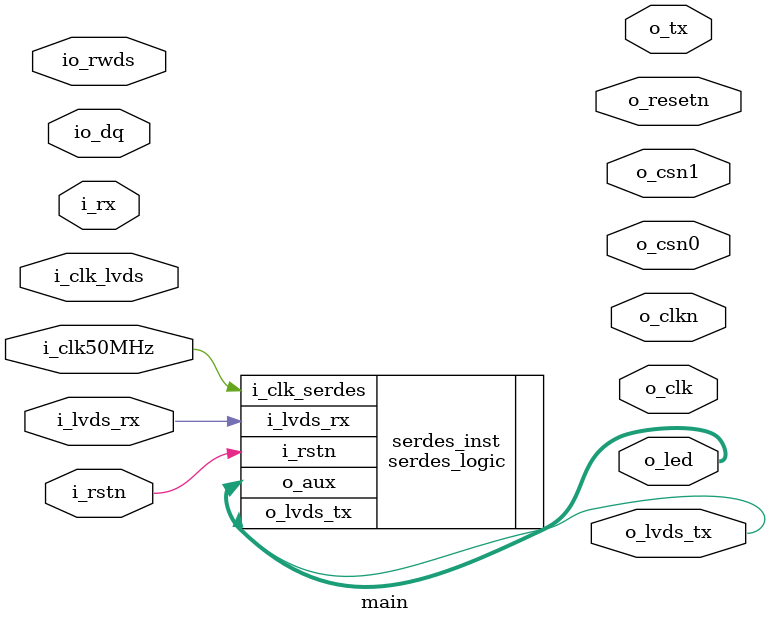
<source format=sv>
/************ This is top file **************/
module main
(
   //Clock / reset
   input  logic i_clk50MHz,
	input  logic i_rstn, // Reset
	
	//LED ports
	output logic [3:0]  o_led,
	
	//HyperRAM IO & external bus to get access to a Hyper RAM (must have LVCMOS)
	output logic		  o_csn0,   // a Hyper RAM chip select
	output logic        o_clk,    // CLOCK:  this is a positive clock pin for a Hyper RAM
	output logic        o_clkn,   // CLOCK#: this is a negative clock pin for a Hyper RAM
	inout			 [7:0]  io_dq,    // 8-bit's INOUT data receiving/transmitting to or from a Hyper RAM
	inout     			  io_rwds,  // an INOUT RWDS signal
	output logic        o_resetn, // output reset signal launching to a Hyper RAM
	output logic        o_csn1,      // a Hyper FLASH chip select
	
	// Kbus interface
	output logic [1:0] o_tx, // tx
	input logic  [1:0] i_rx,  // rx
	
	// lvds interface
	input i_clk_lvds,
	output logic o_lvds_tx,
	input i_lvds_rx
);



//************************************* lvds peryphery **************************************************/

/*
wire core_rst_p;
assign core_rst_p = !i_rstn;

wire core_clk;
assign core_clk = i_clk50MHz;

wire [2:0] lvds_clks;
wire lvds_locked;
wire lvds_locked_n;
assign lvds_locked_n = !lvds_locked;

lvds_pll lvds_pll_inst (
	.areset(core_rst_p),
	.inclk0(core_clk),
	.c0(lvds_clks[0]),
	.c1(lvds_clks[1]),
	.c2(lvds_clks[2]),
	.locked(lvds_locked)
);


logic [9:0] lvds_tx_in;
lvds_tx lvds_tx_inst (
	.tx_data_reset(lvds_locked_n),
	.tx_in(lvds_tx_in),
	.tx_inclock(lvds_clks[0]),
	.tx_syncclock(lvds_clks[2]),
	.tx_out(o_lvds_tx)
);


logic [9:0] lvds_rx_out;
lvds_rx lvds_rx_inst(
	.rx_data_reset(lvds_locked_n),
	.rx_in(i_lvds_rx),
	.rx_inclock(lvds_clks[0]),
	.rx_out(lvds_rx_out)
);

logic [9:0] lvds_rx_out_reg;
always_ff @(posedge lvds_clks[2], negedge i_rstn) begin 
	if(!i_rstn) begin 
		lvds_rx_out_reg <= '0;
	end else begin
		lvds_rx_out_reg <= lvds_rx_out;
	end
end


//********************************************************************
logic [31:0] counter;
always_ff @(posedge lvds_clks[2], negedge i_rstn) begin 
	if(!i_rstn) begin 
		counter <= '0;
		o_led <= '0;
		//o_lvds_tx <= '0;
		//o_lvds_rx <= '1;
		lvds_tx_in <= 10'b1010101001;
	end else begin
		counter <= counter + 32'd1;
		
		if(counter == 32'd1_000_00) begin
			counter 	<= '0;
			
			//o_lvds_tx <= !o_lvds_tx;
			//o_lvds_rx <= !o_lvds_rx;
			
			
			if(lvds_rx_out_reg == lvds_tx_in) begin
				o_led 	<= o_led + 1;
			end
			
			
		end
	end
end


//assign o_led[0] = lvds_clks[2];
//assign lvds_tx_in = 10'b1010101001;
*/

//-------------------------------------------------------------------------------------

serdes_logic serdes_inst
(
	.i_clk_serdes(i_clk50MHz),
	.i_rstn(i_rstn),
	
	.o_lvds_tx(o_lvds_tx),
	.i_lvds_rx(i_lvds_rx),
	.o_aux(o_led)
);


endmodule
/**************************************************************************/

</source>
